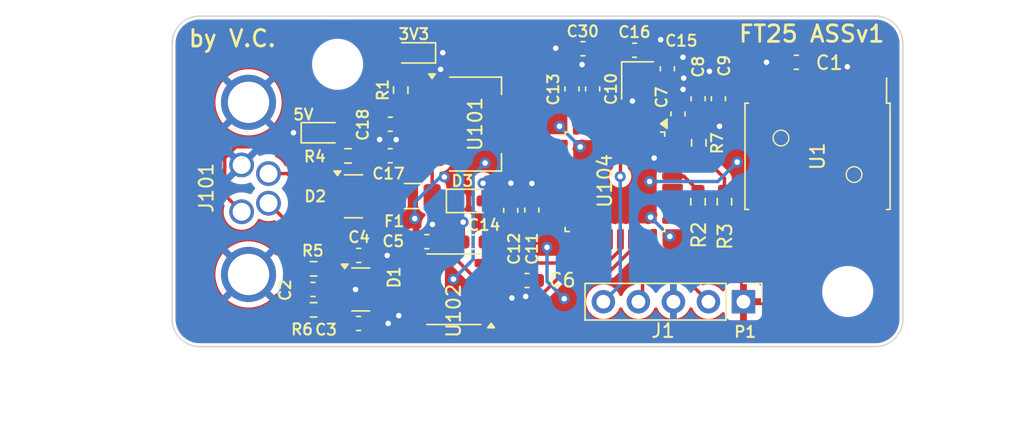
<source format=kicad_pcb>
(kicad_pcb
	(version 20240108)
	(generator "pcbnew")
	(generator_version "8.0")
	(general
		(thickness 1.6)
		(legacy_teardrops no)
	)
	(paper "A4")
	(layers
		(0 "F.Cu" signal)
		(31 "B.Cu" signal)
		(32 "B.Adhes" user "B.Adhesive")
		(33 "F.Adhes" user "F.Adhesive")
		(34 "B.Paste" user)
		(35 "F.Paste" user)
		(36 "B.SilkS" user "B.Silkscreen")
		(37 "F.SilkS" user "F.Silkscreen")
		(38 "B.Mask" user)
		(39 "F.Mask" user)
		(40 "Dwgs.User" user "User.Drawings")
		(41 "Cmts.User" user "User.Comments")
		(42 "Eco1.User" user "User.Eco1")
		(43 "Eco2.User" user "User.Eco2")
		(44 "Edge.Cuts" user)
		(45 "Margin" user)
		(46 "B.CrtYd" user "B.Courtyard")
		(47 "F.CrtYd" user "F.Courtyard")
		(48 "B.Fab" user)
		(49 "F.Fab" user)
		(50 "User.1" user)
		(51 "User.2" user)
		(52 "User.3" user)
		(53 "User.4" user)
		(54 "User.5" user)
		(55 "User.6" user)
		(56 "User.7" user)
		(57 "User.8" user)
		(58 "User.9" user)
	)
	(setup
		(stackup
			(layer "F.SilkS"
				(type "Top Silk Screen")
			)
			(layer "F.Paste"
				(type "Top Solder Paste")
			)
			(layer "F.Mask"
				(type "Top Solder Mask")
				(thickness 0.01)
			)
			(layer "F.Cu"
				(type "copper")
				(thickness 0.035)
			)
			(layer "dielectric 1"
				(type "core")
				(thickness 1.51)
				(material "FR4")
				(epsilon_r 4.5)
				(loss_tangent 0.02)
			)
			(layer "B.Cu"
				(type "copper")
				(thickness 0.035)
			)
			(layer "B.Mask"
				(type "Bottom Solder Mask")
				(thickness 0.01)
			)
			(layer "B.Paste"
				(type "Bottom Solder Paste")
			)
			(layer "B.SilkS"
				(type "Bottom Silk Screen")
			)
			(copper_finish "None")
			(dielectric_constraints no)
		)
		(pad_to_mask_clearance 0)
		(allow_soldermask_bridges_in_footprints no)
		(aux_axis_origin 100 80)
		(grid_origin 100 80)
		(pcbplotparams
			(layerselection 0x00010fc_ffffffff)
			(plot_on_all_layers_selection 0x0000000_00000000)
			(disableapertmacros no)
			(usegerberextensions yes)
			(usegerberattributes no)
			(usegerberadvancedattributes no)
			(creategerberjobfile no)
			(dashed_line_dash_ratio 12.000000)
			(dashed_line_gap_ratio 3.000000)
			(svgprecision 6)
			(plotframeref no)
			(viasonmask no)
			(mode 1)
			(useauxorigin yes)
			(hpglpennumber 1)
			(hpglpenspeed 20)
			(hpglpendiameter 15.000000)
			(pdf_front_fp_property_popups yes)
			(pdf_back_fp_property_popups yes)
			(dxfpolygonmode yes)
			(dxfimperialunits yes)
			(dxfusepcbnewfont yes)
			(psnegative no)
			(psa4output no)
			(plotreference yes)
			(plotvalue no)
			(plotfptext yes)
			(plotinvisibletext no)
			(sketchpadsonfab no)
			(subtractmaskfromsilk yes)
			(outputformat 1)
			(mirror no)
			(drillshape 0)
			(scaleselection 1)
			(outputdirectory "Gerber/")
		)
	)
	(net 0 "")
	(net 1 "+3V3")
	(net 2 "GND")
	(net 3 "Net-(C2-Pad2)")
	(net 4 "CAN_H")
	(net 5 "CAN_L")
	(net 6 "+5V")
	(net 7 "CAN_Rx")
	(net 8 "Net-(U104-PF0)")
	(net 9 "NRST")
	(net 10 "Net-(D2-K)")
	(net 11 "Net-(D2-A)")
	(net 12 "SWDIO")
	(net 13 "SWCLK")
	(net 14 "Net-(VO1-A)")
	(net 15 "Net-(U104-PF1)")
	(net 16 "I2C_SCL")
	(net 17 "I2C_SDA")
	(net 18 "unconnected-(U1-Pad9)")
	(net 19 "unconnected-(U1-Pad14)")
	(net 20 "unconnected-(U1-Pad2)")
	(net 21 "unconnected-(U1-Pad12)")
	(net 22 "unconnected-(U1-Pad8)")
	(net 23 "unconnected-(U1-Pad13)")
	(net 24 "unconnected-(U1-Pad6)")
	(net 25 "unconnected-(U1-Pad15)")
	(net 26 "unconnected-(U1-Pad16)")
	(net 27 "unconnected-(U1-Pad1)")
	(net 28 "unconnected-(U1-Pad7)")
	(net 29 "unconnected-(U1-Pad3)")
	(net 30 "CAN_Tx")
	(net 31 "unconnected-(U104-PA4-Pad10)")
	(net 32 "unconnected-(U104-PA2-Pad8)")
	(net 33 "unconnected-(U104-PA10-Pad20)")
	(net 34 "unconnected-(U104-PA7-Pad13)")
	(net 35 "Net-(U104-PB8)")
	(net 36 "unconnected-(U104-PA9-Pad19)")
	(net 37 "unconnected-(U104-PA6-Pad12)")
	(net 38 "unconnected-(U104-PA1-Pad7)")
	(net 39 "unconnected-(U104-PB0-Pad14)")
	(net 40 "unconnected-(U104-PA0-Pad6)")
	(net 41 "unconnected-(U104-PB5-Pad28)")
	(net 42 "unconnected-(U104-PA3-Pad9)")
	(net 43 "unconnected-(U104-PB4-Pad27)")
	(net 44 "unconnected-(U104-PA15-Pad25)")
	(net 45 "unconnected-(U104-PA5-Pad11)")
	(net 46 "unconnected-(U104-PB3-Pad26)")
	(net 47 "unconnected-(U104-PB1-Pad15)")
	(net 48 "unconnected-(U104-PA8-Pad18)")
	(net 49 "Net-(VO2-A)")
	(footprint "Crystal:Crystal_SMD_2016-4Pin_2.0x1.6mm" (layer "F.Cu") (at 133.755 60.67 -90))
	(footprint "ASS_parts:SOT-23-BAT54FILM" (layer "F.Cu") (at 113.15 69.0875))
	(footprint "Resistor_SMD:R_0603_1608Metric" (layer "F.Cu") (at 138.14 69.48 90))
	(footprint "Capacitor_SMD:C_0603_1608Metric" (layer "F.Cu") (at 136.6875 63.1 90))
	(footprint "Capacitor_SMD:C_0603_1608Metric" (layer "F.Cu") (at 121.895 72.4 180))
	(footprint "Capacitor_SMD:C_0603_1608Metric" (layer "F.Cu") (at 139.62 62 90))
	(footprint "Capacitor_SMD:C_0603_1608Metric" (layer "F.Cu") (at 124.5575 70.105 90))
	(footprint "Capacitor_SMD:C_0603_1608Metric" (layer "F.Cu") (at 115.815 66.14 180))
	(footprint "Resistor_SMD:R_0603_1608Metric" (layer "F.Cu") (at 116.58 61.375 90))
	(footprint "LED_SMD:LED_0603_1608Metric_Pad1.05x0.95mm_HandSolder" (layer "F.Cu") (at 111.02 64.47))
	(footprint "Capacitor_SMD:C_0603_1608Metric" (layer "F.Cu") (at 125.7425 75.2))
	(footprint "Resistor_SMD:R_0603_1608Metric" (layer "F.Cu") (at 140.06 69.48 90))
	(footprint "Capacitor_SMD:C_0603_1608Metric" (layer "F.Cu") (at 113.5175 78.319052 180))
	(footprint "Capacitor_SMD:C_0603_1608Metric" (layer "F.Cu") (at 115.825 63.85 180))
	(footprint "Fuse:Fuse_1206_3216Metric" (layer "F.Cu") (at 117.46 69.0675))
	(footprint "Capacitor_SMD:C_0603_1608Metric" (layer "F.Cu") (at 129 61.29 90))
	(footprint "Resistor_SMD:R_0603_1608Metric" (layer "F.Cu") (at 110.26 77.33 180))
	(footprint "MountingHole:MountingHole_3.2mm_M3" (layer "F.Cu") (at 112 59.5))
	(footprint "Capacitor_SMD:C_0603_1608Metric" (layer "F.Cu") (at 113.5375 73.379052))
	(footprint "Capacitor_SMD:C_0603_1608Metric" (layer "F.Cu") (at 129.8 58.37))
	(footprint "Capacitor_SMD:C_0603_1608Metric" (layer "F.Cu") (at 130.5 61.29 90))
	(footprint "Diode_SMD:D_SOD-323" (layer "F.Cu") (at 121.5 69.42))
	(footprint "FaSTTUBe_connectors:M8_718_4pin_horizontal" (layer "F.Cu") (at 105.04 68.51 -90))
	(footprint "Package_SO:SOIC-8_3.9x4.9mm_P1.27mm" (layer "F.Cu") (at 120.4325 75.835948 180))
	(footprint "Capacitor_SMD:C_0603_1608Metric" (layer "F.Cu") (at 133.54 58.48))
	(footprint "LED_SMD:LED_0603_1608Metric_Pad1.05x0.95mm_HandSolder" (layer "F.Cu") (at 117.45 58.67 180))
	(footprint "Resistor_SMD:R_0603_1608Metric" (layer "F.Cu") (at 110.2575 74.349052))
	(footprint "Capacitor_SMD:C_0603_1608Metric" (layer "F.Cu") (at 118.47 72.38))
	(footprint "Resistor_SMD:R_0603_1608Metric" (layer "F.Cu") (at 112.75 66.15 180))
	(footprint "ASS_parts:SOT-223_LDL1117S33R" (layer "F.Cu") (at 121.98 63.84))
	(footprint "ASS_parts:SM6000_SOIC-16" (layer "F.Cu") (at 146.81 66.18 -90))
	(footprint "Capacitor_SMD:C_0603_1608Metric" (layer "F.Cu") (at 135.915 59.825 -90))
	(footprint "Capacitor_SMD:C_0603_1608Metric" (layer "F.Cu") (at 145.275 59.3525 180))
	(footprint "Package_TO_SOT_SMD:SOT-23" (layer "F.Cu") (at 113.6825 75.85))
	(footprint "Resistor_SMD:R_0603_1608Metric" (layer "F.Cu") (at 138.2 65.2 90))
	(footprint "Capacitor_SMD:C_0603_1608Metric" (layer "F.Cu") (at 126.09 70.085 90))
	(footprint "Capacitor_SMD:C_0603_1608Metric" (layer "F.Cu") (at 138.15 62 90))
	(footprint "Connector_PinHeader_2.54mm:PinHeader_1x05_P2.54mm_Vertical" (layer "F.Cu") (at 141.4375 76.74 -90))
	(footprint "Capacitor_SMD:C_0603_1608Metric" (layer "F.Cu") (at 110.22 75.85 180))
	(footprint "Package_QFP:LQFP-32_7x7mm_P0.8mm"
		(layer "F.Cu")
		(uuid "fbada3c8-a998-4125-ad17-f513c3594ff8")
		(at 132.1175 68.03 -90)
		(descr "LQFP, 32 Pin (https://www.nxp.com/docs/en/package-information/SOT358-1.pdf), generated with kicad-footprint-generator ipc_gullwing_generator.py")
		(tags "LQFP QFP")
		(property "Reference" "U104"
			(at -0.06 0.7375 90)
			(layer "F.SilkS")
			(uuid "97c14cdf-a9e4-4673-bf47-56678f85ed03")
			(effects
				(font
					(size 1 1)
					(thickness 0.15)
				)
			)
		)
		(property "Value" "STM32F042K6T6"
			(at 0 5.88 90)
			(layer "F.Fab")
			(uuid "aeac8538-46d8-4f34-b18c-19a12280e05f")
			(effects
				(font
					(size 1 1)
					(thickness 0.15)
				)
			)
		)
		(property "Footprint" "Package_QFP:LQFP-32_7x7mm_P0.8mm"
			(at 0 0 90)
			(layer "F.Fab")
			(hide yes)
			(uuid "6aa1b52c-0807-43f6-93c5-10792dcec01e")
			(effects
				(font
					(size 1.27 1.27)
					(thickness 0.15)
				)
			)
		)
		(property "Datasheet" "http://www.st.com/st-web-ui/static/active/en/resource/technical/document/datasheet/DM00105814.pdf"
			(at 0 0 90)
			(layer "F.Fab")
			(hide yes)
			(uuid "f6506b5e-b6c5-4a5b-8ced-89b171d0400c")
			(effects
				(font
					(size 1.27 1.27)
					(thickness 0.15)
				)
			)
		)
		(property "Description" ""
			(at 0 0 90)
			(layer "F.Fab")
			(hide yes)
			(uuid "17fb11d7-70e2-402c-9d50-73cf1ccc381b")
			(effects
				(font
					(size 1.27 1.27)
					(thickness 0.15)
				)
			)
		)
		(property ki_fp_filters "LQFP*7x7mm*P0.8mm*")
		(path "/8cee74f1-4063-4176-8a00-9f2e4a72af2e")
		(sheetname "Root")
		(sheetfile "ASS.kicad_sch")
		(attr smd)
		(fp_line
			(start -3.61 3.61)
			(end -3.61 3.31)
			(stroke
				(width 0.12)
				(type solid)
			)
			(layer "F.SilkS")
			(uuid "0a6dc9fb-51bb-4640-b56a-eefce4ba015f")
		)
		(fp_line
			(start -3.31 3.61)
			(end -3.61 3.61)
			(stroke
				(width 0.12)
				(type solid)
			)
			(layer "F.SilkS")
			(uuid "10d5d06a-06f6-4bcf-946e-0bbbd4b70286")
		)
		(fp_line
			(start 3.31 3.61)
			(end 3.61 3.61)
			(stroke
				(width 0.12)
				(type solid)
			)
			(layer "F.SilkS")
			(uuid "97daa6f8-ab7d-43c1-8d2a-6d55e1fb7af9")
		)
		(fp_line
			(start 3.61 3.61)
			(end 3.61 3.31)
			(stroke
				(width 0.12)
				(type solid)
			)
			(layer "F.SilkS")
			(uuid "01f0aaf5-b4a1-402f-8a02-d2c762641dde")
		)
		(fp_line
			(start -3.61 -3.61)
			(end -3.61 -3.31)
			(stroke
				(width 0.12)
				(type solid)
			)
			(layer "F.SilkS")
			(uuid "f90e732c-30c0-44ea-9139-50391047ccae")
		)
		(fp_line
			(start -3.31 -3.61)
			(end -3.61 -3.61)
			(stroke
				(width 0.12)
				(type solid)
			)
			(layer "F.SilkS")
			(uuid "c7cf31a1-98e4-4303-bfe4-f5b05dd64dd7")
		)
		(fp_line
			(start 3.31 -3.61)
			(end 3.61 -3.61)
			(stroke
				(width 0.12)
				(type solid)
			)
			(layer "F.SilkS")
			(uuid "27673e7f-af8d-412d-bfef-a0381b881cec")
		)
		(fp_line
			(start 3.61 -3.61)
			(end 3.61 -3.31)
			(stroke
				(width 0.12)
				(type solid)
			)
			(layer "F.SilkS")
			(uuid "1bf853df-1615-4b04-9b3f-c1a89d019dd2")
		)
		(fp_poly
			(pts
				(xy -4.2125 -3.31) (xy -4.5525 -3.78) (xy -3.8725 -3.78) (xy -4.2125 -3.31)
			)
			(stroke
				(width 0.12)
				(type solid)
			)
			(fill solid)
			(layer "F.SilkS")
			(uuid "ed3d384d-7a61-49ca-aeee-c7c3e324c797")
		)
		(fp_line
			(start -3.3 5.18)
			(end -3.3 3.75)
			(stroke
				(width 0.05)
				(type solid)
			)
			(layer "F.CrtYd")
			(uuid "14d62f9e-6632-4e1e-befb-22d15de2bbe3")
		)
		(fp_line
			(start 0 5.18)
			(end -3.3 5.18)
			(stroke
				(width 0.05)
				(type solid)
			)
			(layer "F.CrtYd")
			(uuid "258a10b1-64a1-4e91-8c44-fe0dc31a283e")
		)
		(fp_line
			(start 0 5.18)
			(end 3.3 5.18)
			(stroke
				(width 0.05)
				(type solid)
			)
			(layer "F.CrtYd")
			(uuid "a26e22bb-74d2-41de-b63e-9c1c39ef2df8")
		)
		(fp_line
			(start 3.3 5.18)
			(end 3.3 3.75)
			(stroke
				(width 0.05)
				(type solid)
			)
			(layer "F.CrtYd")
			(uuid "426c5ace-9fd8-4835-aff5-ce6f93945a0b")
		)
		(fp_line
			(start -3.75 3.75)
			(end -3.75 3.3)
			(stroke
				(width 0.05)
				(type solid)
			)
			(layer "F.CrtYd")
			(uuid "af28ad24-fa22-4efc-8029-0fba6659ba86")
		)
		(fp_line
			(start -3.3 3.75)
			(end -3.75 3.75)
			(stroke
				(width 0.05)
				(type solid)
			)
			(layer "F.CrtYd")
			(uuid "b4adf2b6-415c-435c-b97c-bed5fa8d243e")
		)
		(fp_line
			(start 3.3 3.75)
			(end 3.75 3.75)
			(stroke
				(width 0.05)
				(type solid)
			)
			(layer "F.CrtYd")
			(uuid "3430469b-8c6d-4d85-a0eb-ab06009f98f1")
		)
		(fp_line
			(start 3.75 3.75)
			(end 3.75 3.3)
			(stroke
				(width 0.05)
				(type solid)
			)
			(layer "F.CrtYd")
			(uuid "3829b76f-5044-4792-a070-3a13b5e301fb")
		)
		(fp_line
			(start -5.18 3.3)
			(end -5.18 0)
			(stroke
				(width 0.05)
				(type solid)
			)
			(layer "F.CrtYd")
			(uuid "125dc762-b5ff-470e-ba1d-11b2f2bfcf7a")
		)
		(fp_line
			(start -3.75 3.3)
			(end -5.18 3.3)
			(stroke
				(width 0.05)
				(type solid)
			)
			(layer "F.CrtYd")
			(uuid "1c747d79-89a7-460f-a70f-af83c0a1fd2e")
		)
		(fp_line
			(start 3.75 3.3)
			(end 5.18 3.3)
			(stroke
				(width 0.05)
				(type solid)
			)
			(layer "F.CrtYd")
			(uuid "0f29e282-abe8-4f50-9512-72548009858b")
		)
		(fp_line
			(start 5.18 3.3)
			(end 5.18 0)
			(stroke
				(width 0.05)
				(type solid)
			)
			(layer "F.CrtYd")
			(uuid "0130fb95-3759-4447-843c-3224a03411f1")
		)
		(fp_line
			(start -5.18 -3.3)
			(end -5.18 0)
			(stroke
				(width 0.05)
				(type solid)
			)
			(layer "F.CrtYd")
			(uuid "9c706cf1-7622-49f2-ac11-2d2be4df19ff")
		)
		(fp_line
			(start -3.75 -3.3)
			(end -5.18 -3.3)
			(stroke
				(width 0.05)
				(type solid)
			)
			(layer "F.CrtYd")
			(uuid "81a476c4-e52e-48a6-822f-ca9c7de9514b")
		)
		(fp_line
			(start 3.75 -3.3)
			(end 5.18 -3.3)
			(stroke
				(width 0.05)
				(type solid)
			)
			(layer "F.CrtYd")
			(uuid "530513c8-459d-45fd-bac1-3463a69baf8a")
		)
		(fp_line
			(start 5.18 -3.3)
			(end 5.18 0)
			(stroke
				(width 0.05)
				(type solid)
			)
			(layer "F.CrtYd")
			(uuid "1f499c69-ddf5-4037-b501-c67827293dc6")
		)
		(fp_line
			(start -3.75 -3.75)
			(end -3.75 -3.3)
			(stroke
				(width 0.05)
				(type solid)
			)
			(layer "F.CrtYd")
			(uuid "92bfb2db-a037-4412-9baf-6509f5610b98")
		)
		(fp_line
			(start -3.3 -3.75)
			(end -3.75 -3.75)
			(stroke
				(width 0.05)
				(type solid)
			)
			(layer "F.CrtYd")
			(uuid "6354bb3a-ff7c-49c4-9a08-d7f047b4c4ae")
		)
		(fp_line
			(start 3.3 -3.75)
			(end 3.75 -3.75)
			(stroke
				(width 0.05)
				(type solid)
			)
			(layer "F.CrtYd")
			(uuid "94974a76-34a2-4112-8fa9-616f2454e2fd")
		)
		(fp_line
			(start 3.75 -3.75)
			(end 3.75 -3.3)
			(stroke
				(width 0.05)
				(type solid)
			)
			(layer "F.CrtYd")
			(uuid "65a69cc1-efff-48ff-85cb-ca958151096b")
		)
		(fp_line
			(start -3.3 -5.18)
			(end -3.3 -3.75)
			(stroke
				(width 0.05)
				(type solid)
			)
			(layer "F.CrtYd")
			(uuid "e83843e3-d24c-4544-acc9-64e361eb2809")
		)
		(fp_line
			(start 0 -5.18)
			(end -3.3 -5.18)
			(stroke
				(width 0.05)
				(type solid)
			)
			(layer "F.CrtYd")
			(uuid "2b3cd8c8-76bf-46e8-aae4-77d570359d17")
		)
		(fp_line
			(start 0 -5.18)
			(end 3.3 -5.18)
			(stroke
				(width 0.05)
				(type solid)
			)
			(layer "F.CrtYd")
			(uuid "e1238725-774c-4349-a77c-ee50b9185967")
		)
		(fp_line
			(start 3.3 -5.18)
			(end 3.3 -3.75)
			(stroke
				(width 0.05)
				(type solid)
			)
			(layer "F.CrtYd")
			(uuid "e71bcb48-8b46-4156-8347-8e1700b54bb3")
		)
		(fp_line
			(start -3.5 3.5)
			(end -3.5 -2.5)
			(stroke
				(width 0.1)
				(type solid)
			)
			(layer "F.Fab")
			(uuid "e8f113fe-851f-40be-8d84-841bb81a768c")
		)
		(fp_line
			(start 3.5 3.5)
			(end -3.5 3.5)
			(stroke
				(width 0.1)
				(type solid)
			)
			(layer "F.Fab")
			(uuid "fae9d6ff-912e-476b-9786-4076de00ba06")
		)
		(fp_line
			(start -3.5 -2.5)
			(end -2.5 -3.5)
			(stroke
				(width 0.1)
				(type solid)
			)
			(layer "F.Fab")
			(uuid "398e47d5-6e09-4dd1-94d6-4d0355681418")
		)
		(fp_line
			(start -2.5 -3.5)
			(end 3.5 -3.5)
			(stroke
				(width 0.1)
				(type solid)
			)
			(layer "F.Fab")
			(uuid "46c8f19c-b084-4002-8d71-cce83b9d95e8")
		)
		(fp_line
			(start 3.5 -3.5)
			(end 3.5 3.5)
			(stroke
				(width 0.1)
				(type solid)
			)
			(layer "F.Fab")
			(uuid "d08ee1d5-8128-4718-be88-1c9a4d82cebd")
		)
		(fp_text user "${REFERENCE}"
			(at 0 0 90)
			(layer "F.Fab")
			(uuid "f16d97ed-5670-4ecd-ad6d-29850135a5ed")
			(effects
				(font
					(size 1 1)
					(thickness 0.15)
				)
			)
		)
		(pad "1" smd roundrect
			(at -4.175 -2.8 270)
			(size 1.5 0.5)
			(layers "F.Cu" "F.Paste" "F.Mask")
			(roundrect_rratio 0.25)
			(net 1 "+3V3")
			(pinfunction "VDD")
			(pintype "power_in")
			(uuid "b4a94659-288b-44d8-8b88-84cbeca5a21d")
		)
		(pad "2" smd roundrect
			(at -4.175 -2 270)
			(size 1.5 0.5)
			(layers "F.Cu" "F.Paste" "F.Mask")
			(roundrect_rratio 0.25)
			(net 8 "Net-(U104-PF0)")
			(pinfunction "PF0")
			(pintype "input")
			(uuid "657551aa-9d90-47c3-8da8-3351cee89b76")
		)
		(pad "3" smd roundrect
			(at -4.175 -1.2 270)
			(size 1.5 0.5)
			(layers "F.Cu" "F.Paste" "F.Mask")
			(roundrect_rratio 0.25)
			(net 15 "Net-(U104-PF1)")
			(pinfunction "PF1")
			(pintype "input")
			(uuid "8c4a4b59-ec5a-4555-8eec-c87bb599683a")
		)
		(pad "4" smd roundrect
			(at -4.175 -0.4 270)
			(size 1.5 0.5)
			(layers "F.Cu" "F.Paste" "F.Mask")
			(roundrect_rratio 0.25)
			(net 9 "NRST")
			(pinfunction "NRST")
			(pintype "input")
			(uuid "af9c9876-47a1-48da-a0c8-2f3fd8439538")
		)
		(pad "5" smd roundrect
			(at -4.175 0.4 270)
			(size 1.5 0.5)
			(layers "F.Cu" "F.Paste" "F.Mask")
			(roundrect_rratio 0.25)
			(net 1 "+3V3")
			(pinfunction "VDDA")
			(pintype "power_in")
			(uuid "795f4f60-da26-4c18-9f1d-52133df15e11")
		)
		(pad "6" smd roundrect
			(at -4.175 1.2 270)
			(size 1.5 0.5)
			(layers "F.Cu" "F.Paste" "F.Mask")
			(roundrect_rratio 0.25)
			(net 40 "unconnected-(U104-PA0-Pad6)")
			(pinfunction "PA0")
			(pintype "bidirectional+no_connect")
			(uuid "936a3888-c18b-43d0-92bd-d28515cbe0aa")
		)
		(pad "7" smd roundrect
			(at -4.175 2 270)
			(size 1.5 0.5)
			(layers "F.Cu" "F.Paste" "F.Mask")
			(roundrect_rratio 0.25)
			(net 38 "unconnected-(U104-PA1-Pad7)")
			(pinfunction "PA1")
			(pintype "bidirectional+no_connect")
			(uuid "6059904e-713c-4492-83d6-354da91b6819")
		)
		(pad "8" smd roundrect
			(at -4.175 2.8 270)
			(size 1.5 0.5)
			(layers "F.Cu" "F.Paste" "F.Mask")
			(roundrect_rratio 0.25)
			(net 32 "unconnected-(U104-PA2-Pad8)")
			(pinfunction "PA2")
			(pintype "bidirectional+no_connect")
			(uuid "1d48c6dd-f0a4-4f94-b530-dccec7087b73")
		)
		(pad "9" smd roundrect
			(at -2.8 4.175 270)
			(size 0.5 1.5)
			(layers "F.Cu" "F.Paste" "F.Mask")
			(roundrect_rratio 0.25)
			(net 42 "unconnected-(U104-PA3-Pad9)")
			(pinfunction "PA3")
			(pintype "bidirectional+no_connect")
			(uuid "b833f3de-8cb6-48d5-bf58-fa635933864d")
		)
		(pad "10" smd roundrect
			(at -2 4.175 270)
			(size 0.5 1.5)
			(layers "F.Cu" "F.Paste" "F.Mask")
			(roundrect_rratio 0.25)
			(net 31 "unconnected-(U104-PA4-Pad10)")
			(pinfunction "PA4")
			(pintype "bidirectional+no_connect")
			(uuid "18fbfa85-9680-404c-8ef3-f8553ae76460")
		)
		(pad "11" smd roundrect
			(at -1.2 4.175 270)
			(size 0.5 1.5)
			(layers "F.Cu" "F.Paste" "F.Mask")
			(roundrect_rratio 0.25)
			(net 45 "unconnected-(U104-PA5-Pad11)")
			(pinfunction "PA5")
			(pintype "bidirectional+no_connect")
			(uuid "d27ca29a-bfa9-4cfa-a8aa-10b1c6c6491f")
		)
		(pad "12" smd roundrect
			(at -0.4 4.175 270)
			(size 0.5 1.5)
			(layers "F.Cu" "F.Paste" "F.Mask")
			(roundrect_rratio 0.25)
			(net 37 "unconnected-(U104-PA6-Pad12)")
			(pinfunction "PA6")
			(pintype "bidirectional+no_connect")
			(uuid "3583fc9e-e2aa-4bcf-800f-e071ac462b6e")
		)
		(pad "13" smd roundrect
			(at 0.4 4.175 270)
			(size 0.5 1.5)
			(layers "F.Cu" "F.Paste" "F.Mask")
			(roundrect_rratio 0.25)
			(net 34 "unconnected-(U104-PA7-Pad13)")
			(pinfunction "PA7")
			(pintype "bidirectional+no_connect")
			(uuid "287d36cb-8b05-4116-a81d-651578a5dafd")
		)
		(pad "14" smd roundrect
			(at 1.2 4.175 270)
			(size 0.5 1.5)
			(layers "F.Cu" "F.Paste" "F.Mask")
			(roundrect_rratio 0.25)
			(net 39 "unconnected-(U104-PB0-Pad14)")
			(pinfunction "PB0")
			(pintype "bidirectional+no_connect")
			(uuid "642c6adf-e48e-47cf-8ed0-a5db7904b6cc")
		)
		(pad "15" smd roundrect
			(at 2 4.175 270)
			(size 0.5 1.5)
			(layers "F.Cu" "F.Paste" "F.Mask")
			(roundrect_rratio 0.25)
			(net 47 "unconnected-(U104-PB1-Pad15)")
			(pinfunction "PB1")
			(pintype "bidirectional+no_connect")
			(uuid "f68155ac-cd93-40d7-97a7-d59a8dafffa7")
		)
		(pad "16" smd roundrect
			(at 2.8 4.175 270)
			(size 0.5 1.5)
			(layers "F.Cu" "F.Paste" "F.Mask")
			(roundrect_rratio 0.25)
			(net 2 "GND")
			(pinfunction "VSS")
			(pintype "power_in")
			(uuid "41b5ccf0-4c59-4152-abb7-befd33e8c051")
		)
		(pad "17" smd roundrect
			(at 4.175 2.8 270)
			(size 1.5 0.5)
			(layers "F.Cu" "F.Paste" "F.Mask")
			(roundrect_rratio 0.25)
			(net 1 "+3V3")
			(pinfunction "VDDIO2")
			(pintype "power_in")
			(uuid "cadd5c3b-4220-4cda-8624-7ccc5e52a6aa")
		)
		(pad "18" smd roundrect
			(at 4.175 2 270)
			(size 1.5 0.5)
			(layers "F.Cu" "F.Paste" "F.Mask")
			(roundrect_rratio 0.25)
			(net 48 "unconnected-(U104-PA8-Pad18)")
			(pinfunction "PA8")
			(pintype "bidirectional+no_connect")
			(uuid "e08227cb-dd42-41cb-be95-5f00223b9f4d")
		)
		(pad "19" smd roundrect
			(at 4.175 1.2 270)
			(size 1.5 0.5)
			(layers "F.Cu" "F.Paste" "F.Mask")
			(roun
... [194810 chars truncated]
</source>
